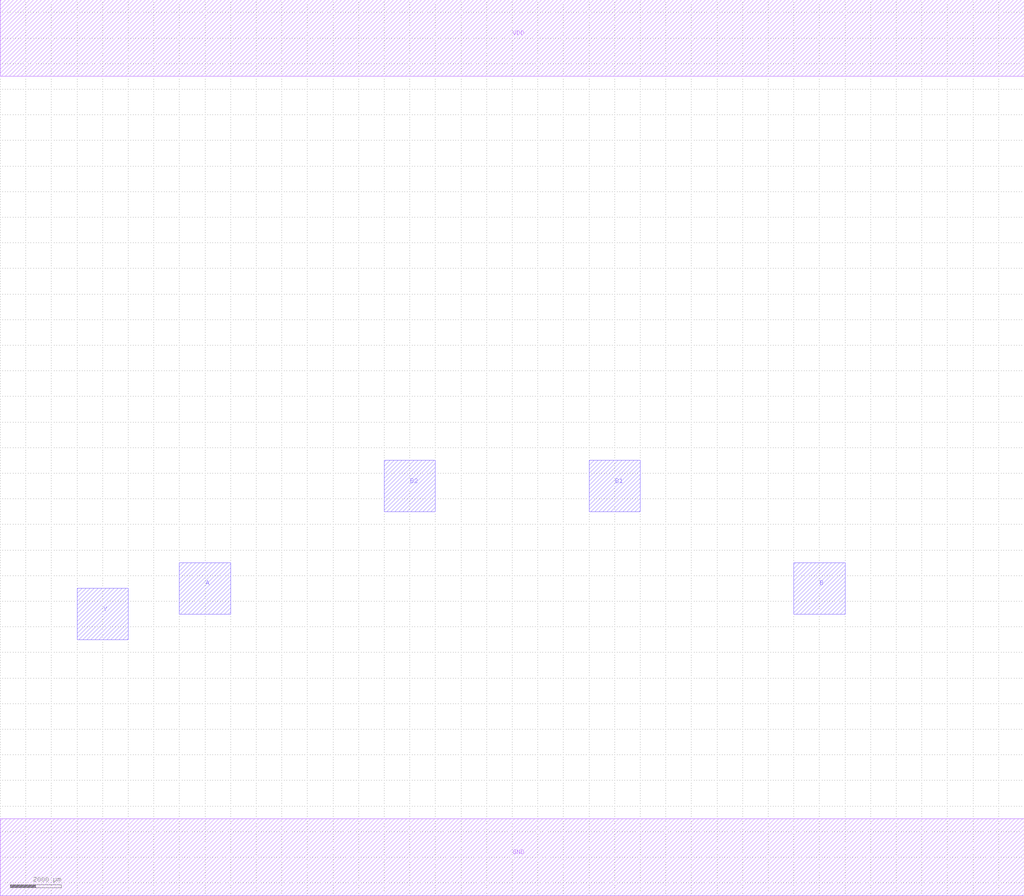
<source format=lef>
MACRO OAI31
 CLASS CORE ;
 ORIGIN 0 0 ;
 FOREIGN OAI31 0 0 ;
 SITE CORE ;
 SYMMETRY X Y R90 ;
  PIN VDD
   DIRECTION INOUT ;
   USE SIGNAL ;
   SHAPE ABUTMENT ;
    PORT
     CLASS CORE ;
       LAYER metal1 ;
        RECT 0.00000000 30500.00000000 40000.00000000 33500.00000000 ;
    END
  END VDD

  PIN GND
   DIRECTION INOUT ;
   USE SIGNAL ;
   SHAPE ABUTMENT ;
    PORT
     CLASS CORE ;
       LAYER metal1 ;
        RECT 0.00000000 -1500.00000000 40000.00000000 1500.00000000 ;
    END
  END GND

  PIN A
   DIRECTION INOUT ;
   USE SIGNAL ;
   SHAPE ABUTMENT ;
    PORT
     CLASS CORE ;
       LAYER metal2 ;
        RECT 7000.00000000 9500.00000000 9000.00000000 11500.00000000 ;
    END
  END A

  PIN B2
   DIRECTION INOUT ;
   USE SIGNAL ;
   SHAPE ABUTMENT ;
    PORT
     CLASS CORE ;
       LAYER metal2 ;
        RECT 15000.00000000 13500.00000000 17000.00000000 15500.00000000 ;
    END
  END B2

  PIN B1
   DIRECTION INOUT ;
   USE SIGNAL ;
   SHAPE ABUTMENT ;
    PORT
     CLASS CORE ;
       LAYER metal2 ;
        RECT 23000.00000000 13500.00000000 25000.00000000 15500.00000000 ;
    END
  END B1

  PIN B
   DIRECTION INOUT ;
   USE SIGNAL ;
   SHAPE ABUTMENT ;
    PORT
     CLASS CORE ;
       LAYER metal2 ;
        RECT 31000.00000000 9500.00000000 33000.00000000 11500.00000000 ;
    END
  END B

  PIN Y
   DIRECTION INOUT ;
   USE SIGNAL ;
   SHAPE ABUTMENT ;
    PORT
     CLASS CORE ;
       LAYER metal2 ;
        RECT 3000.00000000 8500.00000000 5000.00000000 10500.00000000 ;
    END
  END Y


END OAI31

</source>
